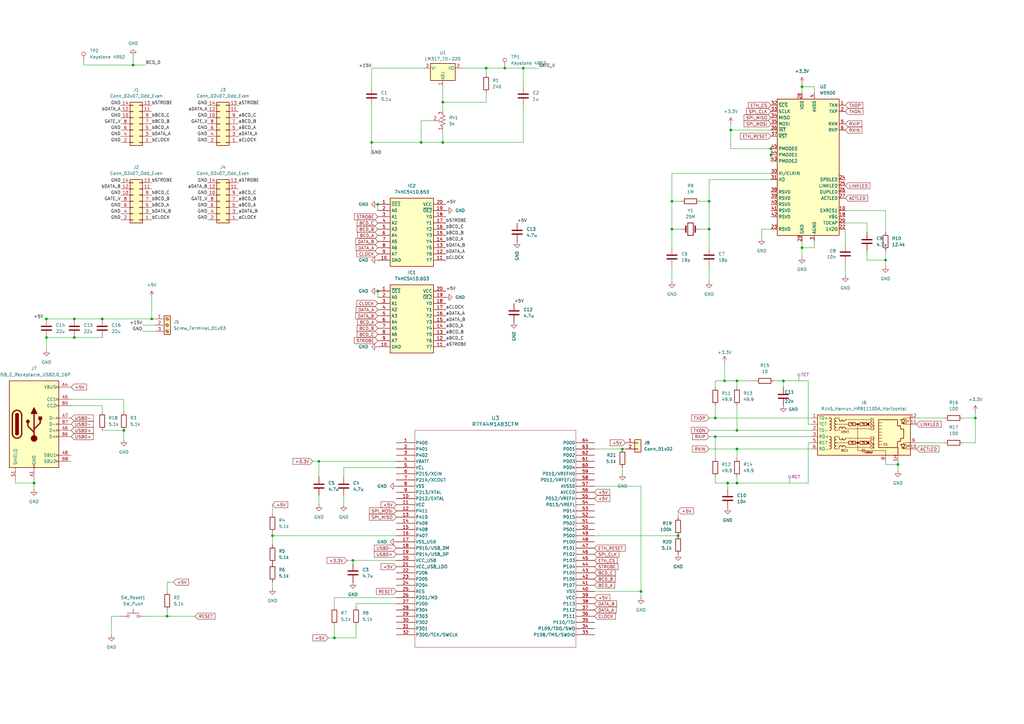
<source format=kicad_sch>
(kicad_sch (version 20231120) (generator "eeschema") (generator_version "8.0")
  (paper "A3")
  (junction (at 328.93 35.56))
  (junction (at 293.37 171.45))
  (junction (at 321.31 156.21))
  (junction (at 290.83 82.55))
  (junction (at 299.72 53.34))
  (junction (at 30.48 130.81))
  (junction (at 214.63 27.94))
  (junction (at 199.39 27.94))
  (junction (at 144.78 229.87))
  (junction (at 275.59 93.98))
  (junction (at 152.4 58.42))
  (junction (at 275.59 82.55))
  (junction (at 298.45 198.12))
  (junction (at 368.3 190.5))
  (junction (at 111.76 219.71))
  (junction (at 181.61 41.91))
  (junction (at 172.72 58.42))
  (junction (at 297.18 156.21))
  (junction (at 50.8 176.53))
  (junction (at 316.23 63.5))
  (junction (at 262.89 242.57))
  (junction (at 68.58 252.73))
  (junction (at 302.26 184.15))
  (junction (at 363.22 106.68))
  (junction (at 293.37 179.07))
  (junction (at 41.91 130.81))
  (junction (at 13.97 198.12))
  (junction (at 154.94 119.38))
  (junction (at 19.05 130.81))
  (junction (at 302.26 176.53))
  (junction (at 207.01 27.94))
  (junction (at 54.61 26.67))
  (junction (at 154.94 83.82))
  (junction (at 400.05 171.45))
  (junction (at 278.13 219.71))
  (junction (at 181.61 58.42))
  (junction (at 30.48 138.43))
  (junction (at 130.81 189.23))
  (junction (at 62.23 130.81))
  (junction (at 137.16 261.62))
  (junction (at 328.93 101.6))
  (junction (at 19.05 138.43))
  (junction (at 290.83 93.98))
  (junction (at 316.23 60.96))
  (junction (at 302.26 198.12))
  (junction (at 255.27 184.15))
  (junction (at 302.26 156.21))
  (wire (pts (xy 287.02 82.55) (xy 290.83 82.55)))
  (wire (pts (xy 290.83 171.45) (xy 293.37 171.45)))
  (wire (pts (xy 293.37 166.37) (xy 293.37 171.45)))
  (wire (pts (xy 332.74 173.99) (xy 331.47 173.99)))
  (wire (pts (xy 334.01 101.6) (xy 328.93 101.6)))
  (wire (pts (xy 290.83 176.53) (xy 302.26 176.53)))
  (wire (pts (xy 111.76 207.01) (xy 111.76 210.82)))
  (wire (pts (xy 262.89 242.57) (xy 262.89 245.11)))
  (wire (pts (xy 130.81 189.23) (xy 130.81 195.58)))
  (wire (pts (xy 181.61 41.91) (xy 199.39 41.91)))
  (wire (pts (xy 181.61 41.91) (xy 181.61 45.72)))
  (wire (pts (xy 328.93 35.56) (xy 334.01 35.56)))
  (wire (pts (xy 332.74 181.61) (xy 331.47 181.61)))
  (wire (pts (xy 111.76 219.71) (xy 162.56 219.71)))
  (wire (pts (xy 19.05 138.43) (xy 30.48 138.43)))
  (wire (pts (xy 293.37 179.07) (xy 293.37 187.96)))
  (wire (pts (xy 68.58 238.76) (xy 71.12 238.76)))
  (wire (pts (xy 302.26 156.21) (xy 309.88 156.21)))
  (wire (pts (xy 130.81 203.2) (xy 130.81 207.01)))
  (wire (pts (xy 302.26 156.21) (xy 302.26 158.75)))
  (wire (pts (xy 275.59 82.55) (xy 275.59 71.12)))
  (wire (pts (xy 34.29 25.4) (xy 34.29 26.67)))
  (wire (pts (xy 49.53 252.73) (xy 45.72 252.73)))
  (wire (pts (xy 346.71 91.44) (xy 355.6 91.44)))
  (wire (pts (xy 400.05 171.45) (xy 400.05 181.61)))
  (wire (pts (xy 299.72 60.96) (xy 316.23 60.96)))
  (wire (pts (xy 162.56 191.77) (xy 140.97 191.77)))
  (wire (pts (xy 255.27 191.77) (xy 255.27 194.31)))
  (wire (pts (xy 312.42 93.98) (xy 312.42 97.79)))
  (wire (pts (xy 363.22 86.36) (xy 363.22 95.25)))
  (wire (pts (xy 68.58 242.57) (xy 68.58 238.76)))
  (wire (pts (xy 154.94 83.82) (xy 154.94 86.36)))
  (wire (pts (xy 29.21 166.37) (xy 41.91 166.37)))
  (wire (pts (xy 255.27 184.15) (xy 256.54 184.15)))
  (wire (pts (xy 299.72 53.34) (xy 299.72 60.96)))
  (wire (pts (xy 54.61 22.86) (xy 54.61 26.67)))
  (wire (pts (xy 144.78 229.87) (xy 144.78 231.14)))
  (wire (pts (xy 152.4 27.94) (xy 152.4 35.56)))
  (wire (pts (xy 243.84 219.71) (xy 278.13 219.71)))
  (wire (pts (xy 331.47 181.61) (xy 331.47 198.12)))
  (wire (pts (xy 214.63 43.18) (xy 214.63 58.42)))
  (wire (pts (xy 6.35 198.12) (xy 13.97 198.12)))
  (wire (pts (xy 290.83 82.55) (xy 290.83 93.98)))
  (wire (pts (xy 290.83 179.07) (xy 293.37 179.07)))
  (wire (pts (xy 17.78 130.81) (xy 19.05 130.81)))
  (wire (pts (xy 375.92 171.45) (xy 387.35 171.45)))
  (wire (pts (xy 6.35 196.85) (xy 6.35 198.12)))
  (wire (pts (xy 146.05 261.62) (xy 137.16 261.62)))
  (wire (pts (xy 144.78 229.87) (xy 162.56 229.87)))
  (wire (pts (xy 331.47 156.21) (xy 321.31 156.21)))
  (wire (pts (xy 278.13 209.55) (xy 278.13 212.09)))
  (wire (pts (xy 363.22 102.87) (xy 363.22 106.68)))
  (wire (pts (xy 152.4 43.18) (xy 152.4 58.42)))
  (wire (pts (xy 146.05 247.65) (xy 162.56 247.65)))
  (wire (pts (xy 400.05 181.61) (xy 394.97 181.61)))
  (wire (pts (xy 275.59 109.22) (xy 275.59 115.57)))
  (wire (pts (xy 243.84 242.57) (xy 262.89 242.57)))
  (wire (pts (xy 189.23 27.94) (xy 199.39 27.94)))
  (wire (pts (xy 130.81 189.23) (xy 162.56 189.23)))
  (wire (pts (xy 363.22 106.68) (xy 355.6 106.68)))
  (wire (pts (xy 312.42 93.98) (xy 316.23 93.98)))
  (wire (pts (xy 331.47 198.12) (xy 302.26 198.12)))
  (wire (pts (xy 302.26 184.15) (xy 302.26 187.96)))
  (wire (pts (xy 275.59 93.98) (xy 275.59 82.55)))
  (wire (pts (xy 279.4 93.98) (xy 275.59 93.98)))
  (wire (pts (xy 355.6 106.68) (xy 355.6 102.87)))
  (wire (pts (xy 375.92 181.61) (xy 387.35 181.61)))
  (wire (pts (xy 302.26 184.15) (xy 332.74 184.15)))
  (wire (pts (xy 58.42 135.89) (xy 63.5 135.89)))
  (wire (pts (xy 181.61 35.56) (xy 181.61 41.91)))
  (wire (pts (xy 287.02 93.98) (xy 290.83 93.98)))
  (wire (pts (xy 111.76 218.44) (xy 111.76 219.71)))
  (wire (pts (xy 293.37 198.12) (xy 293.37 195.58)))
  (wire (pts (xy 128.27 189.23) (xy 130.81 189.23)))
  (wire (pts (xy 214.63 27.94) (xy 220.98 27.94)))
  (wire (pts (xy 275.59 82.55) (xy 279.4 82.55)))
  (wire (pts (xy 140.97 203.2) (xy 140.97 207.01)))
  (wire (pts (xy 400.05 168.91) (xy 400.05 171.45)))
  (wire (pts (xy 290.83 73.66) (xy 316.23 73.66)))
  (wire (pts (xy 297.18 148.59) (xy 297.18 156.21)))
  (wire (pts (xy 290.83 93.98) (xy 290.83 101.6)))
  (wire (pts (xy 346.71 86.36) (xy 363.22 86.36)))
  (wire (pts (xy 302.26 156.21) (xy 297.18 156.21)))
  (wire (pts (xy 207.01 27.94) (xy 214.63 27.94)))
  (wire (pts (xy 328.93 34.29) (xy 328.93 35.56)))
  (wire (pts (xy 331.47 173.99) (xy 331.47 156.21)))
  (wire (pts (xy 50.8 163.83) (xy 50.8 168.91)))
  (wire (pts (xy 62.23 130.81) (xy 63.5 130.81)))
  (wire (pts (xy 368.3 190.5) (xy 368.3 193.04)))
  (wire (pts (xy 199.39 27.94) (xy 207.01 27.94)))
  (wire (pts (xy 321.31 158.75) (xy 321.31 156.21)))
  (wire (pts (xy 302.26 195.58) (xy 302.26 198.12)))
  (wire (pts (xy 363.22 106.68) (xy 363.22 109.22)))
  (wire (pts (xy 152.4 58.42) (xy 172.72 58.42)))
  (wire (pts (xy 137.16 261.62) (xy 134.62 261.62)))
  (wire (pts (xy 41.91 176.53) (xy 50.8 176.53)))
  (wire (pts (xy 137.16 256.54) (xy 137.16 261.62)))
  (wire (pts (xy 111.76 238.76) (xy 111.76 241.3)))
  (wire (pts (xy 214.63 58.42) (xy 181.61 58.42)))
  (wire (pts (xy 30.48 130.81) (xy 41.91 130.81)))
  (wire (pts (xy 58.42 133.35) (xy 63.5 133.35)))
  (wire (pts (xy 275.59 71.12) (xy 316.23 71.12)))
  (wire (pts (xy 328.93 99.06) (xy 328.93 101.6)))
  (wire (pts (xy 111.76 219.71) (xy 111.76 223.52)))
  (wire (pts (xy 293.37 179.07) (xy 332.74 179.07)))
  (wire (pts (xy 355.6 91.44) (xy 355.6 95.25)))
  (wire (pts (xy 68.58 250.19) (xy 68.58 252.73)))
  (wire (pts (xy 146.05 256.54) (xy 146.05 261.62)))
  (wire (pts (xy 363.22 189.23) (xy 363.22 190.5)))
  (wire (pts (xy 316.23 60.96) (xy 316.23 63.5)))
  (wire (pts (xy 177.8 49.53) (xy 172.72 49.53)))
  (wire (pts (xy 368.3 189.23) (xy 368.3 190.5)))
  (wire (pts (xy 302.26 176.53) (xy 332.74 176.53)))
  (wire (pts (xy 41.91 166.37) (xy 41.91 168.91)))
  (wire (pts (xy 172.72 49.53) (xy 172.72 58.42)))
  (wire (pts (xy 13.97 196.85) (xy 13.97 198.12)))
  (wire (pts (xy 45.72 252.73) (xy 45.72 260.35)))
  (wire (pts (xy 172.72 58.42) (xy 181.61 58.42)))
  (wire (pts (xy 162.56 245.11) (xy 137.16 245.11)))
  (wire (pts (xy 30.48 138.43) (xy 41.91 138.43)))
  (wire (pts (xy 334.01 99.06) (xy 334.01 101.6)))
  (wire (pts (xy 298.45 198.12) (xy 298.45 200.66)))
  (wire (pts (xy 290.83 82.55) (xy 290.83 73.66)))
  (wire (pts (xy 299.72 53.34) (xy 316.23 53.34)))
  (wire (pts (xy 299.72 50.8) (xy 299.72 53.34)))
  (wire (pts (xy 34.29 26.67) (xy 54.61 26.67)))
  (wire (pts (xy 328.93 35.56) (xy 328.93 38.1)))
  (wire (pts (xy 302.26 198.12) (xy 298.45 198.12)))
  (wire (pts (xy 152.4 27.94) (xy 173.99 27.94)))
  (wire (pts (xy 346.71 107.95) (xy 346.71 113.03)))
  (wire (pts (xy 290.83 184.15) (xy 302.26 184.15)))
  (wire (pts (xy 394.97 171.45) (xy 400.05 171.45)))
  (wire (pts (xy 243.84 199.39) (xy 262.89 199.39)))
  (wire (pts (xy 181.61 53.34) (xy 181.61 58.42)))
  (wire (pts (xy 152.4 58.42) (xy 152.4 63.5)))
  (wire (pts (xy 154.94 119.38) (xy 154.94 121.92)))
  (wire (pts (xy 19.05 130.81) (xy 30.48 130.81)))
  (wire (pts (xy 298.45 198.12) (xy 293.37 198.12)))
  (wire (pts (xy 328.93 101.6) (xy 328.93 105.41)))
  (wire (pts (xy 293.37 171.45) (xy 332.74 171.45)))
  (wire (pts (xy 293.37 156.21) (xy 293.37 158.75)))
  (wire (pts (xy 146.05 248.92) (xy 146.05 247.65)))
  (wire (pts (xy 54.61 26.67) (xy 59.69 26.67)))
  (wire (pts (xy 19.05 138.43) (xy 19.05 143.51)))
  (wire (pts (xy 363.22 190.5) (xy 368.3 190.5)))
  (wire (pts (xy 29.21 163.83) (xy 50.8 163.83)))
  (wire (pts (xy 290.83 109.22) (xy 290.83 115.57)))
  (wire (pts (xy 321.31 156.21) (xy 317.5 156.21)))
  (wire (pts (xy 199.39 30.48) (xy 199.39 27.94)))
  (wire (pts (xy 142.24 229.87) (xy 144.78 229.87)))
  (wire (pts (xy 50.8 176.53) (xy 50.8 180.34)))
  (wire (pts (xy 262.89 199.39) (xy 262.89 242.57)))
  (wire (pts (xy 316.23 63.5) (xy 316.23 66.04)))
  (wire (pts (xy 59.69 252.73) (xy 68.58 252.73)))
  (wire (pts (xy 137.16 245.11) (xy 137.16 248.92)))
  (wire (pts (xy 334.01 35.56) (xy 334.01 38.1)))
  (wire (pts (xy 62.23 121.92) (xy 62.23 130.81)))
  (wire (pts (xy 346.71 93.98) (xy 346.71 100.33)))
  (wire (pts (xy 297.18 156.21) (xy 293.37 156.21)))
  (wire (pts (xy 140.97 191.77) (xy 140.97 195.58)))
  (wire (pts (xy 243.84 184.15) (xy 255.27 184.15)))
  (wire (pts (xy 302.26 166.37) (xy 302.26 176.53)))
  (wire (pts (xy 13.97 198.12) (xy 13.97 200.66)))
  (wire (pts (xy 214.63 35.56) (xy 214.63 27.94)))
  (wire (pts (xy 68.58 252.73) (xy 80.01 252.73)))
  (wire (pts (xy 41.91 130.81) (xy 62.23 130.81)))
  (wire (pts (xy 199.39 38.1) (xy 199.39 41.91)))
  (wire (pts (xy 275.59 93.98) (xy 275.59 101.6)))
  (label "bBCD_B" (at 182.88 96.52 0))
  (label "GND" (at 49.53 43.18 180))
  (label "bCLOCK" (at 62.23 90.17 0))
  (label "GND" (at 49.53 48.26 180))
  (label "aBCD_B" (at 97.79 50.8 0))
  (label "aSTROBE" (at 182.88 142.24 0))
  (label "aDATA_B" (at 182.88 132.08 0))
  (label "aDATA_A" (at 85.09 45.72 180))
  (label "aBCD_B" (at 182.88 137.16 0))
  (label "+15V" (at 58.42 133.35 180))
  (label "bBCD_A" (at 62.23 85.09 0))
  (label "aBCD_A" (at 97.79 85.09 0))
  (label "bSTROBE" (at 182.88 91.44 0))
  (label "GATE_V" (at 49.53 50.8 180))
  (label "aCLOCK" (at 97.79 58.42 0))
  (label "GND" (at 85.09 74.93 180))
  (label "+15V" (at 152.4 27.94 180))
  (label "aBCD_C" (at 97.79 80.01 0))
  (label "bBCD_A" (at 182.88 99.06 0))
  (label "+5V" (at 210.82 124.46 0))
  (label "bCLOCK" (at 62.23 58.42 0))
  (label "bDATA_B" (at 49.53 77.47 180))
  (label "bBCD_C" (at 182.88 93.98 0))
  (label "aBCD_C" (at 182.88 139.7 0))
  (label "aBCD_C" (at 97.79 48.26 0))
  (label "bBCD_B" (at 62.23 50.8 0))
  (label "bBCD_C" (at 62.23 80.01 0))
  (label "aSTROBE" (at 97.79 43.18 0))
  (label "bBCD_A" (at 62.23 53.34 0))
  (label "GND" (at 85.09 43.18 180))
  (label "GATE_V" (at 49.53 82.55 180))
  (label "GND" (at 49.53 90.17 180))
  (label "GATE_V" (at 85.09 82.55 180))
  (label "aDATA_B" (at 85.09 77.47 180))
  (label "GND" (at 85.09 80.01 180))
  (label "GND" (at 49.53 53.34 180))
  (label "bBCD_C" (at 62.23 48.26 0))
  (label "aBCD_A" (at 182.88 134.62 0))
  (label "+5V" (at 182.88 119.38 0))
  (label "GATE_V" (at 85.09 50.8 180))
  (label "GND" (at 152.4 63.5 0))
  (label "GND" (at 85.09 90.17 180))
  (label "bDATA_B" (at 182.88 101.6 0))
  (label "GND" (at 49.53 74.93 180))
  (label "bDATA_A" (at 62.23 55.88 0))
  (label "+5V" (at 17.78 130.81 180))
  (label "aCLOCK" (at 182.88 127 0))
  (label "aBCD_B" (at 97.79 82.55 0))
  (label "GND" (at 49.53 58.42 180))
  (label "bBCD_B" (at 62.23 82.55 0))
  (label "GND" (at 49.53 55.88 180))
  (label "GND" (at 85.09 48.26 180))
  (label "GND" (at 85.09 58.42 180))
  (label "GND" (at 49.53 85.09 180))
  (label "aDATA_A" (at 182.88 129.54 0))
  (label "GND" (at 58.42 135.89 180))
  (label "GND" (at 85.09 87.63 180))
  (label "bSTROBE" (at 62.23 74.93 0))
  (label "bDATA_A" (at 182.88 104.14 0))
  (label "bDATA_A" (at 49.53 45.72 180))
  (label "+5V" (at 212.09 91.44 0))
  (label "bSTROBE" (at 62.23 43.18 0))
  (label "GND" (at 49.53 80.01 180))
  (label "GND" (at 85.09 53.34 180))
  (label "aDATA_A" (at 97.79 55.88 0))
  (label "GND" (at 85.09 55.88 180))
  (label "aBCD_A" (at 97.79 53.34 0))
  (label "GATE_V" (at 220.98 27.94 0))
  (label "+5V" (at 182.88 83.82 0))
  (label "aDATA_B" (at 97.79 87.63 0))
  (label "BCD_D" (at 59.69 26.67 0))
  (label "GND" (at 49.53 87.63 180))
  (label "bCLOCK" (at 182.88 106.68 0))
  (label "aSTROBE" (at 97.79 74.93 0))
  (label "GND" (at 85.09 85.09 180))
  (label "aCLOCK" (at 97.79 90.17 0))
  (label "bDATA_B" (at 62.23 87.63 0))
  (global_label "+5V" (shape input) (at 111.76 207.01 0) (property "Intersheetrefs" "${INTERSHEET_REFS}" (effects (hide yes))))
  (global_label "BCD_C" (shape input) (at 154.94 91.44 180) (property "Intersheetrefs" "${INTERSHEET_REFS}" (effects (hide yes))))
  (global_label "USBD+" (shape input) (at 29.21 176.53 0) (property "Intersheetrefs" "${INTERSHEET_REFS}" (effects (hide yes))))
  (global_label "ETH_CS" (shape input) (at 243.84 229.87 0) (property "Intersheetrefs" "${INTERSHEET_REFS}" (effects (hide yes))))
  (global_label "DATA_B" (shape input) (at 154.94 129.54 180) (property "Intersheetrefs" "${INTERSHEET_REFS}" (effects (hide yes))))
  (global_label "ETH_CS" (shape input) (at 316.23 43.18 180) (property "Intersheetrefs" "${INTERSHEET_REFS}" (effects (hide yes))))
  (global_label "SPI_CLK" (shape input) (at 316.23 45.72 180) (property "Intersheetrefs" "${INTERSHEET_REFS}" (effects (hide yes))))
  (global_label "SPI_MOSI" (shape input) (at 316.23 50.8 180) (property "Intersheetrefs" "${INTERSHEET_REFS}" (effects (hide yes))))
  (global_label "BCD_B" (shape input) (at 243.84 237.49 0) (property "Intersheetrefs" "${INTERSHEET_REFS}" (effects (hide yes))))
  (global_label "USBD-" (shape input) (at 162.56 224.79 180) (property "Intersheetrefs" "${INTERSHEET_REFS}" (effects (hide yes))))
  (global_label "USBD-" (shape input) (at 29.21 171.45 0) (property "Intersheetrefs" "${INTERSHEET_REFS}" (effects (hide yes))))
  (global_label "BCD_B" (shape input) (at 154.94 93.98 180) (property "Intersheetrefs" "${INTERSHEET_REFS}" (effects (hide yes))))
  (global_label "+3.3V" (shape input) (at 128.27 189.23 180) (property "Intersheetrefs" "${INTERSHEET_REFS}" (effects (hide yes))))
  (global_label "CLOCK" (shape input) (at 154.94 104.14 180) (property "Intersheetrefs" "${INTERSHEET_REFS}" (effects (hide yes))))
  (global_label "+5V" (shape input) (at 243.84 245.11 0) (property "Intersheetrefs" "${INTERSHEET_REFS}" (effects (hide yes))))
  (global_label "ETH_RESET" (shape input) (at 316.23 55.88 180) (property "Intersheetrefs" "${INTERSHEET_REFS}" (effects (hide yes))))
  (global_label "ACTLED" (shape input) (at 375.92 184.15 0) (property "Intersheetrefs" "${INTERSHEET_REFS}" (effects (hide yes))))
  (global_label "BCD_A" (shape input) (at 243.84 240.03 0) (property "Intersheetrefs" "${INTERSHEET_REFS}" (effects (hide yes))))
  (global_label "RESET" (shape input) (at 80.01 252.73 0) (property "Intersheetrefs" "${INTERSHEET_REFS}" (effects (hide yes))))
  (global_label "ETH_RESET" (shape input) (at 243.84 224.79 0) (property "Intersheetrefs" "${INTERSHEET_REFS}" (effects (hide yes))))
  (global_label "BCD_B" (shape input) (at 154.94 134.62 180) (property "Intersheetrefs" "${INTERSHEET_REFS}" (effects (hide yes))))
  (global_label "+5V" (shape input) (at 29.21 158.75 0) (property "Intersheetrefs" "${INTERSHEET_REFS}" (effects (hide yes))))
  (global_label "+5V" (shape input) (at 256.54 181.61 180) (property "Intersheetrefs" "${INTERSHEET_REFS}" (effects (hide yes))))
  (global_label "RESET" (shape input) (at 162.56 242.57 180) (property "Intersheetrefs" "${INTERSHEET_REFS}" (effects (hide yes))))
  (global_label "SPI_CLK" (shape input) (at 243.84 227.33 0) (property "Intersheetrefs" "${INTERSHEET_REFS}" (effects (hide yes))))
  (global_label "SPI_MOSI" (shape input) (at 162.56 209.55 180) (property "Intersheetrefs" "${INTERSHEET_REFS}" (effects (hide yes))))
  (global_label "+5V" (shape input) (at 243.84 201.93 0) (property "Intersheetrefs" "${INTERSHEET_REFS}" (effects (hide yes))))
  (global_label "CLOCK" (shape input) (at 243.84 252.73 0) (property "Intersheetrefs" "${INTERSHEET_REFS}" (effects (hide yes))))
  (global_label "+5V" (shape input) (at 134.62 261.62 180) (property "Intersheetrefs" "${INTERSHEET_REFS}" (effects (hide yes))))
  (global_label "USBD-" (shape input) (at 29.21 173.99 0) (property "Intersheetrefs" "${INTERSHEET_REFS}" (effects (hide yes))))
  (global_label "SPI_MISO" (shape input) (at 316.23 48.26 180) (property "Intersheetrefs" "${INTERSHEET_REFS}" (effects (hide yes))))
  (global_label "BCD_A" (shape input) (at 154.94 132.08 180) (property "Intersheetrefs" "${INTERSHEET_REFS}" (effects (hide yes))))
  (global_label "DATA_B" (shape input) (at 154.94 99.06 180) (property "Intersheetrefs" "${INTERSHEET_REFS}" (effects (hide yes))))
  (global_label "STROBE" (shape input) (at 154.94 139.7 180) (property "Intersheetrefs" "${INTERSHEET_REFS}" (effects (hide yes))))
  (global_label "TXON" (shape input) (at 290.83 176.53 180) (property "Intersheetrefs" "${INTERSHEET_REFS}" (effects (hide yes))))
  (global_label "BCD_A" (shape input) (at 154.94 96.52 180) (property "Intersheetrefs" "${INTERSHEET_REFS}" (effects (hide yes))))
  (global_label "RXIN" (shape input) (at 290.83 184.15 180) (property "Intersheetrefs" "${INTERSHEET_REFS}" (effects (hide yes))))
  (global_label "+5V" (shape input) (at 162.56 232.41 180) (property "Intersheetrefs" "${INTERSHEET_REFS}" (effects (hide yes))))
  (global_label "STROBE" (shape input) (at 243.84 232.41 0) (property "Intersheetrefs" "${INTERSHEET_REFS}" (effects (hide yes))))
  (global_label "+5V" (shape input) (at 243.84 204.47 0) (property "Intersheetrefs" "${INTERSHEET_REFS}" (effects (hide yes))))
  (global_label "+5V" (shape input) (at 162.56 207.01 180) (property "Intersheetrefs" "${INTERSHEET_REFS}" (effects (hide yes))))
  (global_label "USBD+" (shape input) (at 29.21 179.07 0) (property "Intersheetrefs" "${INTERSHEET_REFS}" (effects (hide yes))))
  (global_label "DATA_A" (shape input) (at 154.94 127 180) (property "Intersheetrefs" "${INTERSHEET_REFS}" (effects (hide yes))))
  (global_label "DATA_A" (shape input) (at 154.94 101.6 180) (property "Intersheetrefs" "${INTERSHEET_REFS}" (effects (hide yes))))
  (global_label "DATA_B" (shape input) (at 243.84 247.65 0) (property "Intersheetrefs" "${INTERSHEET_REFS}" (effects (hide yes))))
  (global_label "RXIN" (shape input) (at 346.71 53.34 0) (property "Intersheetrefs" "${INTERSHEET_REFS}" (effects (hide yes))))
  (global_label "RXIP" (shape input) (at 290.83 179.07 180) (property "Intersheetrefs" "${INTERSHEET_REFS}" (effects (hide yes))))
  (global_label "RXIP" (shape input) (at 346.71 50.8 0) (property "Intersheetrefs" "${INTERSHEET_REFS}" (effects (hide yes))))
  (global_label "STROBE" (shape input) (at 154.94 88.9 180) (property "Intersheetrefs" "${INTERSHEET_REFS}" (effects (hide yes))))
  (global_label "+5V" (shape input) (at 278.13 209.55 0) (property "Intersheetrefs" "${INTERSHEET_REFS}" (effects (hide yes))))
  (global_label "SPI_MISO" (shape input) (at 162.56 212.09 180) (property "Intersheetrefs" "${INTERSHEET_REFS}" (effects (hide yes))))
  (global_label "BCD_C" (shape input) (at 243.84 234.95 0) (property "Intersheetrefs" "${INTERSHEET_REFS}" (effects (hide yes))))
  (global_label "LINKLED" (shape input) (at 375.92 173.99 0) (property "Intersheetrefs" "${INTERSHEET_REFS}" (effects (hide yes))))
  (global_label "TXOP" (shape input) (at 290.83 171.45 180) (property "Intersheetrefs" "${INTERSHEET_REFS}" (effects (hide yes))))
  (global_label "+3.3V" (shape input) (at 142.24 229.87 180) (property "Intersheetrefs" "${INTERSHEET_REFS}" (effects (hide yes))))
  (global_label "ACTLED" (shape input) (at 346.71 81.28 0) (property "Intersheetrefs" "${INTERSHEET_REFS}" (effects (hide yes))))
  (global_label "+5V" (shape input) (at 71.12 238.76 0) (property "Intersheetrefs" "${INTERSHEET_REFS}" (effects (hide yes))))
  (global_label "CLOCK" (shape input) (at 154.94 124.46 180) (property "Intersheetrefs" "${INTERSHEET_REFS}" (effects (hide yes))))
  (global_label "DATA_A" (shape input) (at 243.84 250.19 0) (property "Intersheetrefs" "${INTERSHEET_REFS}" (effects (hide yes))))
  (global_label "TXON" (shape input) (at 346.71 45.72 0) (property "Intersheetrefs" "${INTERSHEET_REFS}" (effects (hide yes))))
  (global_label "LINKLED" (shape input) (at 346.71 76.2 0) (property "Intersheetrefs" "${INTERSHEET_REFS}" (effects (hide yes))))
  (global_label "BCD_C" (shape input) (at 154.94 137.16 180) (property "Intersheetrefs" "${INTERSHEET_REFS}" (effects (hide yes))))
  (global_label "TXOP" (shape input) (at 346.71 43.18 0) (property "Intersheetrefs" "${INTERSHEET_REFS}" (effects (hide yes))))
  (global_label "USBD+" (shape input) (at 162.56 227.33 180) (property "Intersheetrefs" "${INTERSHEET_REFS}" (effects (hide yes))))
  (netclass_flag "" (length 2.54) (shape round) (at 323.85 198.12 0) (property "Netclass" "RCT" (at 324.5485 195.58 0) (effects (font (italic yes)) (justify left))))
  (netclass_flag "" (length 2.54) (shape round) (at 327.66 156.21 0) (property "Netclass" "TCT" (at 328.3585 153.67 0) (effects (font (italic yes)) (justify left))))
  (symbol (lib_id "power:GND") (at 328.93 105.41 0) (unit 1)
    (property "Reference" "#PWR018" (effects (hide yes)))
    (property "Value" "GND" (at 328.93 110.49 0))
    (property "Description" "Power symbol creates a global label with name \"GND\" , ground" (effects (hide yes)))
  )
  (symbol (lib_id "Device:R") (at 199.39 34.29 0) (unit 1)
    (property "Reference" "R1" (at 201.93 33.0199 0) (effects (justify left)))
    (property "Value" "240" (at 201.93 35.5599 0) (effects (justify left)))
    (property "Footprint" "Resistor_SMD:R_0603_1608Metric" (effects (hide yes)))
  )
  (symbol (lib_id "Device:R") (at 146.05 252.73 0) (unit 1)
    (property "Reference" "R8" (at 148.59 251.4599 0) (effects (justify left)))
    (property "Value" "5.1k" (at 148.59 253.9999 0) (effects (justify left)))
    (property "Footprint" "Resistor_SMD:R_0603_1608Metric" (effects (hide yes)))
    (property "Description" "Resistor" (effects (hide yes)))
  )
  (symbol (lib_id "Device:R") (at 41.91 172.72 0) (unit 1)
    (property "Reference" "R18" (at 44.45 171.4499 0) (effects (justify left)))
    (property "Value" "5.1k" (at 44.45 173.9899 0) (effects (justify left)))
    (property "Footprint" "Resistor_SMD:R_0603_1608Metric" (effects (hide yes)))
    (property "Description" "Resistor" (effects (hide yes)))
  )
  (symbol (lib_id "Device:R") (at 391.16 171.45 90) (unit 1)
    (property "Reference" "R16" (at 391.16 165.1 90))
    (property "Value" "100" (at 391.16 167.64 90))
    (property "Footprint" "Resistor_SMD:R_0603_1608Metric" (effects (hide yes)))
    (property "Description" "Resistor" (effects (hide yes)))
  )
  (symbol (lib_id "Device:C") (at 355.6 99.06 0) (unit 1)
    (property "Reference" "C9" (at 359.41 97.7899 0) (effects (justify left)))
    (property "Value" "4.7u" (at 359.41 100.3299 0) (effects (justify left)))
    (property "Footprint" "Capacitor_SMD:C_0603_1608Metric" (effects (hide yes)))
    (property "Description" "Unpolarized capacitor" (effects (hide yes)))
  )
  (symbol (lib_id "Device:C") (at 321.31 162.56 0) (unit 1)
    (property "Reference" "C11" (at 321.818 160.782 0) (effects (justify left)))
    (property "Value" "22n" (at 321.818 164.592 0) (effects (justify left)))
    (property "Footprint" "Capacitor_SMD:C_0603_1608Metric" (effects (hide yes)))
    (property "Description" "Unpolarized capacitor" (effects (hide yes)))
  )
  (symbol (lib_id "Device:R") (at 111.76 214.63 0) (unit 1)
    (property "Reference" "R4" (at 114.3 213.3599 0) (effects (justify left)))
    (property "Value" "5.1k" (at 114.3 215.8999 0) (effects (justify left)))
    (property "Footprint" "Resistor_SMD:R_0603_1608Metric" (effects (hide yes)))
    (property "Description" "Resistor" (effects (hide yes)))
  )
  (symbol (lib_id "Device:R") (at 293.37 191.77 0) (unit 1)
    (property "Reference" "R12" (at 295.91 190.4999 0) (effects (justify left)))
    (property "Value" "49.9" (at 295.91 193.0399 0) (effects (justify left)))
    (property "Footprint" "Resistor_SMD:R_0603_1608Metric" (effects (hide yes)))
    (property "Description" "Resistor" (effects (hide yes)))
  )
  (symbol (lib_id "power:GND") (at 275.59 115.57 0) (unit 1)
    (property "Reference" "#PWR013" (effects (hide yes)))
    (property "Value" "GND" (at 275.59 120.65 0))
    (property "Description" "Power symbol creates a global label with name \"GND\" , ground" (effects (hide yes)))
  )
  (symbol (lib_id "Device:R") (at 283.21 82.55 90) (unit 1)
    (property "Reference" "R9" (at 283.21 76.2 90))
    (property "Value" "1M" (at 283.21 78.74 90))
    (property "Footprint" "Resistor_SMD:R_0603_1608Metric" (effects (hide yes)))
    (property "Description" "Resistor" (effects (hide yes)))
  )
  (symbol (lib_id "Device:R") (at 302.26 162.56 0) (unit 1)
    (property "Reference" "R13" (at 304.8 161.2899 0) (effects (justify left)))
    (property "Value" "49.9" (at 304.8 163.8299 0) (effects (justify left)))
    (property "Footprint" "Resistor_SMD:R_0603_1608Metric" (effects (hide yes)))
    (property "Description" "Resistor" (effects (hide yes)))
  )
  (symbol (lib_name "GND_6") (lib_id "power:GND") (at 140.97 207.01 0) (unit 1)
    (property "Reference" "#PWR010" (effects (hide yes)))
    (property "Value" "GND" (at 140.97 212.09 0))
    (property "Description" "Power symbol creates a global label with name \"GND\" , ground" (effects (hide yes)))
  )
  (symbol (lib_name "GND_5") (lib_id "power:GND") (at 50.8 180.34 0) (unit 1)
    (property "Reference" "#PWR07" (effects (hide yes)))
    (property "Value" "GND" (at 50.8 185.42 0))
    (property "Description" "Power symbol creates a global label with name \"GND\" , ground" (effects (hide yes)))
  )
  (symbol (lib_id "power:GND") (at 54.61 22.86 180) (unit 1)
    (property "Reference" "#PWR03" (effects (hide yes)))
    (property "Value" "GND" (at 54.61 17.78 0))
  )
  (symbol (lib_name "GND_7") (lib_id "power:GND") (at 111.76 241.3 0) (unit 1)
    (property "Reference" "#PWR012" (effects (hide yes)))
    (property "Value" "GND" (at 111.76 246.38 0))
    (property "Description" "Power symbol creates a global label with name \"GND\" , ground" (effects (hide yes)))
  )
  (symbol (lib_name "GND_8") (lib_id "power:GND") (at 154.94 119.38 270) (unit 1)
    (property "Reference" "#PWR027" (effects (hide yes)))
    (property "Value" "GND" (at 151.13 119.3799 90) (effects (justify right)))
    (property "Description" "Power symbol creates a global label with name \"GND\" , ground" (effects (hide yes)))
  )
  (symbol (lib_id "Device:R") (at 111.76 234.95 0) (unit 1)
    (property "Reference" "R6" (at 114.3 233.6799 0) (effects (justify left)))
    (property "Value" "5.1k" (at 114.3 236.2199 0) (effects (justify left)))
    (property "Footprint" "Resistor_SMD:R_0603_1608Metric" (effects (hide yes)))
    (property "Description" "Resistor" (effects (hide yes)))
  )
  (symbol (lib_id "Device:R") (at 302.26 191.77 0) (unit 1)
    (property "Reference" "R14" (at 304.8 190.4999 0) (effects (justify left)))
    (property "Value" "49.9" (at 304.8 193.0399 0) (effects (justify left)))
    (property "Footprint" "Resistor_SMD:R_0603_1608Metric" (effects (hide yes)))
    (property "Description" "Resistor" (effects (hide yes)))
  )
  (symbol (lib_id "Device:C") (at 298.45 204.47 180) (unit 1)
    (property "Reference" "C10" (at 302.26 203.1999 0) (effects (justify right)))
    (property "Value" "10n" (at 302.26 205.7399 0) (effects (justify right)))
    (property "Footprint" "Capacitor_SMD:C_0603_1608Metric" (effects (hide yes)))
    (property "Description" "Unpolarized capacitor" (effects (hide yes)))
  )
  (symbol (lib_id "Device:C") (at 19.05 134.62 0) (unit 1)
    (property "Reference" "C14" (at 22.86 133.3499 0) (effects (justify left)))
    (property "Value" "22u" (at 22.86 135.8899 0) (effects (justify left)))
    (property "Footprint" "Capacitor_SMD:C_0603_1608Metric" (effects (hide yes)))
    (property "Description" "Unpolarized capacitor" (effects (hide yes)))
  )
  (symbol (lib_id "Device:R") (at 278.13 223.52 0) (mirror y) (unit 1)
    (property "Reference" "R20" (at 275.59 222.2499 0) (effects (justify left)))
    (property "Value" "5.1k" (at 275.59 224.7899 0) (effects (justify left)))
    (property "Footprint" "Resistor_SMD:R_0603_1608Metric" (effects (hide yes)))
    (property "Description" "Resistor" (effects (hide yes)))
  )
  (symbol (lib_id "Device:C") (at 290.83 105.41 0) (unit 1)
    (property "Reference" "C7" (at 294.64 104.1399 0) (effects (justify left)))
    (property "Value" "18p" (at 294.64 106.6799 0) (effects (justify left)))
    (property "Footprint" "Capacitor_SMD:C_0603_1608Metric" (effects (hide yes)))
    (property "Description" "Unpolarized capacitor" (effects (hide yes)))
  )
  (symbol (lib_name "GND_1") (lib_id "power:GND") (at 162.56 222.25 270) (unit 1)
    (property "Reference" "#PWR02" (effects (hide yes)))
    (property "Value" "GND" (at 158.75 222.2499 90) (effects (justify right)))
    (property "Description" "Power symbol creates a global label with name \"GND\" , ground" (effects (hide yes)))
  )
  (symbol (lib_id "Connector:RJ45_Hanrun_HR911105A_Horizontal") (at 353.06 179.07 0) (unit 1)
    (property "Reference" "J6" (at 354.33 165.1 0))
    (property "Value" "RJ45_Hanrun_HR911105A_Horizontal" (at 354.33 167.64 0))
    (property "Footprint" "Connector_RJ:RJ45_Hanrun_HR911105A_Horizontal" (effects (hide yes)))
    (property "Datasheet" "https://datasheet.lcsc.com/lcsc/1811141815_HANRUN-Zhongshan-HanRun-Elec-HR911105A_C12074.pdf" (effects (hide yes)))
    (property "Description" "1 Port RJ45 Magjack Connector Through Hole 10/100 Base-T, AutoMDIX" (effects (hide yes)))
  )
  (symbol (lib_id "R7FA4M1AB3CFM:R7FA4M1AB3CFM") (at 162.56 181.61 0) (unit 1)
    (property "Reference" "U3" (at 203.2 171.45 0) (effects (font (size 1.524 1.524))))
    (property "Value" "R7FA4M1AB3CFM" (at 203.2 173.99 0) (effects (font (size 1.524 1.524))))
    (property "Footprint" "PLQP0064KB-C_REN" (effects (hide yes)))
    (property "Datasheet" "R7FA4M1AB3CFM" (effects (hide yes)))
  )
  (symbol (lib_id "Device:R") (at 111.76 227.33 0) (unit 1)
    (property "Reference" "R5" (at 114.3 226.0599 0) (effects (justify left)))
    (property "Value" "5.1k" (at 114.3 228.5999 0) (effects (justify left)))
    (property "Footprint" "Resistor_SMD:R_0603_1608Metric" (effects (hide yes)))
    (property "Description" "Resistor" (effects (hide yes)))
  )
  (symbol (lib_id "Device:R") (at 50.8 172.72 0) (unit 1)
    (property "Reference" "R3" (at 53.34 171.4499 0) (effects (justify left)))
    (property "Value" "5.1k" (at 53.34 173.9899 0) (effects (justify left)))
    (property "Footprint" "Resistor_SMD:R_0603_1608Metric" (effects (hide yes)))
    (property "Description" "Resistor" (effects (hide yes)))
  )
  (symbol (lib_id "power:GND") (at 321.31 166.37 0) (unit 1)
    (property "Reference" "#PWR023" (effects (hide yes)))
    (property "Value" "GND" (at 325.374 167.894 0))
    (property "Description" "Power symbol creates a global label with name \"GND\" , ground" (effects (hide yes)))
  )
  (symbol (lib_id "power:GND") (at 363.22 109.22 0) (unit 1)
    (property "Reference" "#PWR020" (effects (hide yes)))
    (property "Value" "GND" (at 363.22 114.3 0))
    (property "Description" "Power symbol creates a global label with name \"GND\" , ground" (effects (hide yes)))
  )
  (symbol (lib_id "Device:C") (at 214.63 39.37 0) (unit 1)
    (property "Reference" "C2" (at 218.44 38.0999 0) (effects (justify left)))
    (property "Value" "1u" (at 218.44 40.6399 0) (effects (justify left)))
    (property "Footprint" "Capacitor_SMD:C_0603_1608Metric" (effects (hide yes)))
  )
  (symbol (lib_name "GND_8") (lib_id "power:GND") (at 212.09 99.06 0) (unit 1)
    (property "Reference" "#PWR033" (effects (hide yes)))
    (property "Value" "GND" (at 212.0901 102.87 90) (effects (justify right)))
    (property "Description" "Power symbol creates a global label with name \"GND\" , ground" (effects (hide yes)))
  )
  (symbol (lib_id "Interface_Ethernet:W5500") (at 331.47 68.58 0) (unit 1)
    (property "Reference" "U2" (at 336.2041 35.56 0) (effects (justify left)))
    (property "Value" "W5500" (at 336.2041 38.1 0) (effects (justify left)))
    (property "Footprint" "Package_QFP:LQFP-48_7x7mm_P0.5mm" (effects (hide yes)))
    (property "Datasheet" "http://wizwiki.net/wiki/lib/exe/fetch.php/products:w5500:w5500_ds_v109e.pdf" (effects (hide yes)))
    (property "Description" "10/100Mb SPI Ethernet controller with TCP/IP stack, LQFP-48" (effects (hide yes)))
  )
  (symbol (lib_id "Connector_Generic:Conn_01x02") (at 261.62 181.61 0) (unit 1)
    (property "Reference" "J8" (at 264.16 181.6099 0) (effects (justify left)))
    (property "Value" "Conn_01x02" (at 264.16 184.1499 0) (effects (justify left)))
    (property "Footprint" "Connector_PinHeader_2.54mm:PinHeader_1x02_P2.54mm_Vertical" (effects (hide yes)))
    (property "Description" "Generic connector, single row, 01x02, script generated (kicad-library-utils/schlib/autogen/connector/)" (effects (hide yes)))
  )
  (symbol (lib_name "GND_3") (lib_id "power:GND") (at 13.97 200.66 0) (unit 1)
    (property "Reference" "#PWR05" (effects (hide yes)))
    (property "Value" "GND" (at 13.97 205.74 0))
    (property "Description" "Power symbol creates a global label with name \"GND\" , ground" (effects (hide yes)))
  )
  (symbol (lib_id "Device:C") (at 130.81 199.39 0) (unit 1)
    (property "Reference" "C5" (at 134.62 198.1199 0) (effects (justify left)))
    (property "Value" "4.7u" (at 134.62 200.6599 0) (effects (justify left)))
    (property "Footprint" "Capacitor_SMD:C_0603_1608Metric" (effects (hide yes)))
    (property "Description" "Unpolarized capacitor" (effects (hide yes)))
  )
  (symbol (lib_name "GND_2") (lib_id "power:GND") (at 262.89 245.11 0) (unit 1)
    (property "Reference" "#PWR04" (effects (hide yes)))
    (property "Value" "GND" (at 262.89 250.19 0))
    (property "Description" "Power symbol creates a global label with name \"GND\" , ground" (effects (hide yes)))
  )
  (symbol (lib_id "power:+5V") (at 62.23 121.92 0) (unit 1)
    (property "Reference" "#PWR01" (effects (hide yes)))
    (property "Value" "+5V" (at 62.23 116.84 0))
  )
  (symbol (lib_id "Connector_Generic:Conn_02x07_Odd_Even") (at 57.15 82.55 180) (unit 1)
    (property "Reference" "J2" (at 55.88 68.58 0))
    (property "Value" "Conn_02x07_Odd_Even" (at 55.88 71.12 0))
    (property "Footprint" "Connector_IDC:IDC-Header_2x07_P2.54mm_Vertical" (effects (hide yes)))
  )
  (symbol (lib_id "74HC541D,653:74HC541D,653") (at 154.94 119.38 0) (unit 1)
    (property "Reference" "IC1" (at 168.91 111.76 0))
    (property "Value" "74HC541D,653" (at 168.91 114.3 0))
    (property "Footprint" "Package_SO:SOIC-20W_7.5x12.8mm_P1.27mm" (effects (hide yes)))
    (property "Datasheet" "https://assets.nexperia.com/documents/data-sheet/74HC_HCT541.pdf" (effects (hide yes)))
    (property "Height" "2.65" (effects (hide yes)))
    (property "Manufacturer_Name" "Nexperia" (effects (hide yes)))
    (property "Manufacturer_Part_Number" "74HC541D,653" (effects (hide yes)))
  )
  (symbol (lib_name "GND_6") (lib_id "power:GND") (at 144.78 238.76 0) (unit 1)
    (property "Reference" "#PWR08" (effects (hide yes)))
    (property "Value" "GND" (at 144.78 243.84 0))
    (property "Description" "Power symbol creates a global label with name \"GND\" , ground" (effects (hide yes)))
  )
  (symbol (lib_name "GND_8") (lib_id "power:GND") (at 210.82 132.08 0) (unit 1)
    (property "Reference" "#PWR032" (effects (hide yes)))
    (property "Value" "GND" (at 210.8201 135.89 90) (effects (justify right)))
    (property "Description" "Power symbol creates a global label with name \"GND\" , ground" (effects (hide yes)))
  )
  (symbol (lib_id "Connector_Generic:Conn_02x07_Odd_Even") (at 57.15 50.8 180) (unit 1)
    (property "Reference" "J1" (at 55.88 36.83 0))
    (property "Value" "Conn_02x07_Odd_Even" (at 55.88 39.37 0))
    (property "Footprint" "Connector_IDC:IDC-Header_2x07_P2.54mm_Vertical" (effects (hide yes)))
  )
  (symbol (lib_name "GND_11") (lib_id "power:GND") (at 255.27 194.31 0) (unit 1)
    (property "Reference" "#PWR036" (effects (hide yes)))
    (property "Value" "GND" (at 255.27 199.39 0))
    (property "Description" "Power symbol creates a global label with name \"GND\" , ground" (effects (hide yes)))
  )
  (symbol (lib_name "GND_10") (lib_id "power:GND") (at 278.13 227.33 0) (unit 1)
    (property "Reference" "#PWR035" (effects (hide yes)))
    (property "Value" "GND" (at 278.13 232.41 0))
    (property "Description" "Power symbol creates a global label with name \"GND\" , ground" (effects (hide yes)))
  )
  (symbol (lib_id "Regulator_Linear:LM317_TO-220") (at 181.61 27.94 0) (unit 1)
    (property "Reference" "U1" (at 181.61 21.59 0))
    (property "Value" "LM317_TO-220" (at 181.61 24.13 0))
    (property "Footprint" "Package_TO_SOT_THT:TO-220-3_Vertical" (effects (hide yes)))
    (property "Datasheet" "http://www.ti.com/lit/ds/symlink/lm317.pdf" (effects (hide yes)))
  )
  (symbol (lib_id "Connector:Screw_Terminal_01x03") (at 68.58 133.35 0) (unit 1)
    (property "Reference" "J5" (at 71.12 132.08 0) (effects (justify left)))
    (property "Value" "Screw_Terminal_01x03" (at 71.12 134.62 0) (effects (justify left)))
    (property "Footprint" "TerminalBlock_WAGO:TerminalBlock_WAGO_236-103_1x03_P5.00mm_45Degree" (effects (hide yes)))
  )
  (symbol (lib_name "GND_8") (lib_id "power:GND") (at 154.94 106.68 270) (unit 1)
    (property "Reference" "#PWR029" (effects (hide yes)))
    (property "Value" "GND" (at 151.13 106.6799 90) (effects (justify right)))
    (property "Description" "Power symbol creates a global label with name \"GND\" , ground" (effects (hide yes)))
  )
  (symbol (lib_id "power:GND") (at 312.42 97.79 0) (unit 1)
    (property "Reference" "#PWR016" (effects (hide yes)))
    (property "Value" "GND" (at 312.42 102.87 0))
    (property "Description" "Power symbol creates a global label with name \"GND\" , ground" (effects (hide yes)))
  )
  (symbol (lib_id "Device:C") (at 144.78 234.95 0) (unit 1)
    (property "Reference" "C3" (at 148.59 233.6799 0) (effects (justify left)))
    (property "Value" "4.7u" (at 148.59 236.2199 0) (effects (justify left)))
    (property "Footprint" "Capacitor_SMD:C_0603_1608Metric" (effects (hide yes)))
    (property "Description" "Unpolarized capacitor" (effects (hide yes)))
  )
  (symbol (lib_id "Device:Crystal") (at 283.21 93.98 0) (unit 1)
    (property "Reference" "Y1" (at 283.21 86.36 0))
    (property "Value" "25M" (at 283.21 88.9 0))
    (property "Footprint" "Crystal:Crystal_SMD_5032-2Pin_5.0x3.2mm" (effects (hide yes)))
    (property "Description" "Two pin crystal" (effects (hide yes)))
  )
  (symbol (lib_id "Device:C") (at 210.82 128.27 0) (unit 1)
    (property "Reference" "C12" (at 214.63 126.9999 0) (effects (justify left)))
    (property "Value" "4.7u" (at 214.63 129.5399 0) (effects (justify left)))
    (property "Footprint" "Capacitor_SMD:C_0603_1608Metric" (effects (hide yes)))
    (property "Description" "Unpolarized capacitor" (effects (hide yes)))
  )
  (symbol (lib_id "Device:R") (at 68.58 246.38 0) (unit 1)
    (property "Reference" "R2" (at 71.12 245.1099 0) (effects (justify left)))
    (property "Value" "5.1k" (at 71.12 247.6499 0) (effects (justify left)))
    (property "Footprint" "Resistor_SMD:R_0603_1608Metric" (effects (hide yes)))
    (property "Description" "Resistor" (effects (hide yes)))
  )
  (symbol (lib_name "GND_8") (lib_id "power:GND") (at 154.94 142.24 270) (unit 1)
    (property "Reference" "#PWR028" (effects (hide yes)))
    (property "Value" "GND" (at 151.13 142.2399 90) (effects (justify right)))
    (property "Description" "Power symbol creates a global label with name \"GND\" , ground" (effects (hide yes)))
  )
  (symbol (lib_id "Device:R") (at 313.69 156.21 90) (unit 1)
    (property "Reference" "R15" (at 313.69 149.86 90))
    (property "Value" "10" (at 313.69 152.4 90))
    (property "Footprint" "Resistor_SMD:R_0603_1608Metric" (effects (hide yes)))
    (property "Description" "Resistor" (effects (hide yes)))
  )
  (symbol (lib_name "GND_8") (lib_id "power:GND") (at 182.88 121.92 90) (unit 1)
    (property "Reference" "#PWR030" (effects (hide yes)))
    (property "Value" "GND" (at 186.69 121.9199 90) (effects (justify right)))
    (property "Description" "Power symbol creates a global label with name \"GND\" , ground" (effects (hide yes)))
  )
  (symbol (lib_id "power:+3.3V") (at 299.72 50.8 0) (unit 1)
    (property "Reference" "#PWR015" (effects (hide yes)))
    (property "Value" "+3.3V" (at 299.72 45.72 0))
    (property "Description" "Power symbol creates a global label with name \"+3.3V\"" (effects (hide yes)))
  )
  (symbol (lib_name "GND_6") (lib_id "power:GND") (at 130.81 207.01 0) (unit 1)
    (property "Reference" "#PWR011" (effects (hide yes)))
    (property "Value" "GND" (at 130.81 212.09 0))
    (property "Description" "Power symbol creates a global label with name \"GND\" , ground" (effects (hide yes)))
  )
  (symbol (lib_id "Connector:TestPoint") (at 34.29 25.4 0) (unit 1)
    (property "Reference" "TP2" (at 36.83 20.828 0) (effects (justify left)))
    (property "Value" "Keystone 4952" (at 36.83 23.368 0) (effects (justify left)))
    (property "Footprint" "TestPoint:TestPoint_THTPad_2.5x2.5mm_Drill1.2mm" (effects (hide yes)))
  )
  (symbol (lib_id "Connector_Generic:Conn_02x07_Odd_Even") (at 92.71 82.55 180) (unit 1)
    (property "Reference" "J4" (at 91.44 68.58 0))
    (property "Value" "Conn_02x07_Odd_Even" (at 91.44 71.12 0))
    (property "Footprint" "Connector_IDC:IDC-Header_2x07_P2.54mm_Vertical" (effects (hide yes)))
  )
  (symbol (lib_name "GND_1") (lib_id "power:GND") (at 162.56 199.39 270) (unit 1)
    (property "Reference" "#PWR09" (effects (hide yes)))
    (property "Value" "GND" (at 158.75 199.3899 90) (effects (justify right)))
    (property "Description" "Power symbol creates a global label with name \"GND\" , ground" (effects (hide yes)))
  )
  (symbol (lib_id "Device:C") (at 275.59 105.41 0) (unit 1)
    (property "Reference" "C6" (at 279.4 104.1399 0) (effects (justify left)))
    (property "Value" "18p" (at 279.4 106.6799 0) (effects (justify left)))
    (property "Footprint" "Capacitor_SMD:C_0603_1608Metric" (effects (hide yes)))
    (property "Description" "Unpolarized capacitor" (effects (hide yes)))
  )
  (symbol (lib_id "Device:R") (at 363.22 99.06 0) (unit 1)
    (property "Reference" "R10" (at 365.76 97.7899 0) (effects (justify left)))
    (property "Value" "12.4k" (at 365.76 100.3299 0) (effects (justify left)))
    (property "Footprint" "Resistor_SMD:R_0603_1608Metric" (effects (hide yes)))
    (property "Description" "Resistor" (effects (hide yes)))
  )
  (symbol (lib_id "power:+3.3V") (at 328.93 34.29 0) (unit 1)
    (property "Reference" "#PWR017" (effects (hide yes)))
    (property "Value" "+3.3V" (at 328.93 29.21 0))
    (property "Description" "Power symbol creates a global label with name \"+3.3V\"" (effects (hide yes)))
  )
  (symbol (lib_id "power:+3.3V") (at 400.05 168.91 0) (unit 1)
    (property "Reference" "#PWR025" (effects (hide yes)))
    (property "Value" "+3.3V" (at 400.05 163.83 0))
    (property "Description" "Power symbol creates a global label with name \"+3.3V\"" (effects (hide yes)))
  )
  (symbol (lib_id "Connector:USB_C_Receptacle_USB2.0_16P") (at 13.97 173.99 0) (unit 1)
    (property "Reference" "J7" (at 13.97 151.13 0))
    (property "Value" "USB_C_Receptacle_USB2.0_16P" (at 13.97 153.67 0))
    (property "Footprint" "Connector_USB:USB_C_Receptacle_G-Switch_GT-USB-7010ASV" (effects (hide yes)))
    (property "Datasheet" "https://www.usb.org/sites/default/files/documents/usb_type-c.zip" (effects (hide yes)))
    (property "Description" "USB 2.0-only 16P Type-C Receptacle connector" (effects (hide yes)))
  )
  (symbol (lib_id "Device:R") (at 278.13 215.9 0) (mirror y) (unit 1)
    (property "Reference" "R19" (at 275.59 214.6299 0) (effects (justify left)))
    (property "Value" "100k" (at 275.59 217.1699 0) (effects (justify left)))
    (property "Footprint" "Resistor_SMD:R_0603_1608Metric" (effects (hide yes)))
    (property "Description" "Resistor" (effects (hide yes)))
  )
  (symbol (lib_id "Switch:SW_Push") (at 54.61 252.73 0) (unit 1)
    (property "Reference" "SW_Reset1" (at 54.61 245.11 0))
    (property "Value" "SW_Push" (at 54.61 247.65 0))
    (property "Footprint" "Button_Switch_THT:SW_TH_Tactile_Omron_B3F-10xx" (effects (hide yes)))
    (property "Description" "Push button switch, generic, two pins" (effects (hide yes)))
  )
  (symbol (lib_id "power:+3.3V") (at 297.18 148.59 0) (mirror y) (unit 1)
    (property "Reference" "#PWR021" (effects (hide yes)))
    (property "Value" "+3.3V" (at 297.18 144.526 0))
    (property "Description" "Power symbol creates a global label with name \"+3.3V\"" (effects (hide yes)))
  )
  (symbol (lib_id "Device:R") (at 293.37 162.56 0) (unit 1)
    (property "Reference" "R11" (at 295.91 161.2899 0) (effects (justify left)))
    (property "Value" "49.9" (at 295.91 163.8299 0) (effects (justify left)))
    (property "Footprint" "Resistor_SMD:R_0603_1608Metric" (effects (hide yes)))
    (property "Description" "Resistor" (effects (hide yes)))
  )
  (symbol (lib_id "Device:R_Potentiometer_Trim_US") (at 181.61 49.53 180) (unit 1)
    (property "Reference" "RV1" (at 184.15 48.26 0) (effects (justify right)))
    (property "Value" "5k" (at 184.15 50.8 0) (effects (justify right)))
    (property "Footprint" "Potentiometer_THT:Potentiometer_Runtron_RM-065_Vertical" (effects (hide yes)))
  )
  (symbol (lib_name "GND_4") (lib_id "power:GND") (at 45.72 260.35 0) (unit 1)
    (property "Reference" "#PWR06" (effects (hide yes)))
    (property "Value" "GND" (at 45.72 265.43 0))
    (property "Description" "Power symbol creates a global label with name \"GND\" , ground" (effects (hide yes)))
  )
  (symbol (lib_id "Device:C") (at 140.97 199.39 0) (unit 1)
    (property "Reference" "C4" (at 144.78 198.1199 0) (effects (justify left)))
    (property "Value" "4.7u" (at 144.78 200.6599 0) (effects (justify left)))
    (property "Footprint" "Capacitor_SMD:C_0603_1608Metric" (effects (hide yes)))
    (property "Description" "Unpolarized capacitor" (effects (hide yes)))
  )
  (symbol (lib_id "power:GND") (at 290.83 115.57 0) (unit 1)
    (property "Reference" "#PWR014" (effects (hide yes)))
    (property "Value" "GND" (at 290.83 120.65 0))
    (property "Description" "Power symbol creates a global label with name \"GND\" , ground" (effects (hide yes)))
  )
  (symbol (lib_id "power:GND") (at 368.3 193.04 0) (unit 1)
    (property "Reference" "#PWR024" (effects (hide yes)))
    (property "Value" "GND" (at 368.3 198.12 0))
    (property "Description" "Power symbol creates a global label with name \"GND\" , ground" (effects (hide yes)))
  )
  (symbol (lib_id "Device:C") (at 30.48 134.62 0) (unit 1)
    (property "Reference" "C15" (at 34.29 133.3499 0) (effects (justify left)))
    (property "Value" "22u" (at 34.29 135.8899 0) (effects (justify left)))
    (property "Footprint" "Capacitor_SMD:C_0603_1608Metric" (effects (hide yes)))
    (property "Description" "Unpolarized capacitor" (effects (hide yes)))
  )
  (symbol (lib_id "Device:R") (at 137.16 252.73 0) (unit 1)
    (property "Reference" "R7" (at 139.7 251.4599 0) (effects (justify left)))
    (property "Value" "5.1k" (at 139.7 253.9999 0) (effects (justify left)))
    (property "Footprint" "Resistor_SMD:R_0603_1608Metric" (effects (hide yes)))
    (property "Description" "Resistor" (effects (hide yes)))
  )
  (symbol (lib_name "GND_8") (lib_id "power:GND") (at 154.94 83.82 270) (unit 1)
    (property "Reference" "#PWR026" (effects (hide yes)))
    (property "Value" "GND" (at 151.13 83.8199 90) (effects (justify right)))
    (property "Description" "Power symbol creates a global label with name \"GND\" , ground" (effects (hide yes)))
  )
  (symbol (lib_name "GND_9") (lib_id "power:GND") (at 19.05 143.51 0) (mirror y) (unit 1)
    (property "Reference" "#PWR034" (effects (hide yes)))
    (property "Value" "GND" (at 19.05 148.59 0))
    (property "Description" "Power symbol creates a global label with name \"GND\" , ground" (effects (hide yes)))
  )
  (symbol (lib_id "Connector:TestPoint") (at 207.01 27.94 0) (unit 1)
    (property "Reference" "TP1" (at 209.55 23.368 0) (effects (justify left)))
    (property "Value" "Keystone 4952" (at 209.55 25.908 0) (effects (justify left)))
    (property "Footprint" "TestPoint:TestPoint_THTPad_2.5x2.5mm_Drill1.2mm" (effects (hide yes)))
  )
  (symbol (lib_id "Device:C") (at 346.71 104.14 0) (mirror y) (unit 1)
    (property "Reference" "C8" (at 342.9 102.8699 0) (effects (justify left)))
    (property "Value" "10n" (at 342.9 105.4099 0) (effects (justify left)))
    (property "Footprint" "Capacitor_SMD:C_0603_1608Metric" (effects (hide yes)))
    (property "Description" "Unpolarized capacitor" (effects (hide yes)))
  )
  (symbol (lib_id "Device:C") (at 41.91 134.62 0) (unit 1)
    (property "Reference" "C16" (at 45.72 133.3499 0) (effects (justify left)))
    (property "Value" "22u" (at 45.72 135.8899 0) (effects (justify left)))
    (property "Footprint" "Capacitor_SMD:C_0603_1608Metric" (effects (hide yes)))
    (property "Description" "Unpolarized capacitor" (effects (hide yes)))
  )
  (symbol (lib_name "GND_8") (lib_id "power:GND") (at 182.88 86.36 90) (unit 1)
    (property "Reference" "#PWR031" (effects (hide yes)))
    (property "Value" "GND" (at 186.69 86.3599 90) (effects (justify right)))
    (property "Description" "Power symbol creates a global label with name \"GND\" , ground" (effects (hide yes)))
  )
  (symbol (lib_id "power:GND") (at 298.45 208.28 0) (unit 1)
    (property "Reference" "#PWR022" (effects (hide yes)))
    (property "Value" "GND" (at 298.45 213.36 0))
    (property "Description" "Power symbol creates a global label with name \"GND\" , ground" (effects (hide yes)))
  )
  (symbol (lib_id "Connector_Generic:Conn_02x07_Odd_Even") (at 92.71 50.8 180) (unit 1)
    (property "Reference" "J3" (at 91.44 36.83 0))
    (property "Value" "Conn_02x07_Odd_Even" (at 91.44 39.37 0))
    (property "Footprint" "Connector_IDC:IDC-Header_2x07_P2.54mm_Vertical" (effects (hide yes)))
  )
  (symbol (lib_id "Device:R") (at 391.16 181.61 90) (unit 1)
    (property "Reference" "R17" (at 391.16 175.26 90))
    (property "Value" "100" (at 391.16 177.8 90))
    (property "Footprint" "Resistor_SMD:R_0603_1608Metric" (effects (hide yes)))
    (property "Description" "Resistor" (effects (hide yes)))
  )
  (symbol (lib_id "Device:R") (at 255.27 187.96 0) (mirror y) (unit 1)
    (property "Reference" "R21" (at 252.73 186.6899 0) (effects (justify left)))
    (property "Value" "5.1k" (at 252.73 189.2299 0) (effects (justify left)))
    (property "Footprint" "Resistor_SMD:R_0603_1608Metric" (effects (hide yes)))
    (property "Description" "Resistor" (effects (hide yes)))
  )
  (symbol (lib_id "power:GND") (at 346.71 113.03 0) (unit 1)
    (property "Reference" "#PWR019" (effects (hide yes)))
    (property "Value" "GND" (at 346.71 118.11 0))
    (property "Description" "Power symbol creates a global label with name \"GND\" , ground" (effects (hide yes)))
  )
  (symbol (lib_id "74HC541D,653:74HC541D,653") (at 154.94 83.82 0) (unit 1)
    (property "Reference" "IC2" (at 168.91 76.2 0))
    (property "Value" "74HC541D,653" (at 168.91 78.74 0))
    (property "Footprint" "Package_SO:SOIC-20W_7.5x12.8mm_P1.27mm" (effects (hide yes)))
    (property "Datasheet" "https://assets.nexperia.com/documents/data-sheet/74HC_HCT541.pdf" (effects (hide yes)))
    (property "Height" "2.65" (effects (hide yes)))
    (property "Manufacturer_Name" "Nexperia" (effects (hide yes)))
    (property "Manufacturer_Part_Number" "74HC541D,653" (effects (hide yes)))
  )
  (symbol (lib_id "Device:C") (at 212.09 95.25 0) (unit 1)
    (property "Reference" "C13" (at 215.9 93.9799 0) (effects (justify left)))
    (property "Value" "4.7u" (at 215.9 96.5199 0) (effects (justify left)))
    (property "Footprint" "Capacitor_SMD:C_0603_1608Metric" (effects (hide yes)))
    (property "Description" "Unpolarized capacitor" (effects (hide yes)))
  )
  (symbol (lib_id "Device:C") (at 152.4 39.37 0) (unit 1)
    (property "Reference" "C1" (at 156.21 38.0999 0) (effects (justify left)))
    (property "Value" "0.1u" (at 156.21 40.6399 0) (effects (justify left)))
    (property "Footprint" "Capacitor_SMD:C_0603_1608Metric" (effects (hide yes)))
  )
)
</source>
